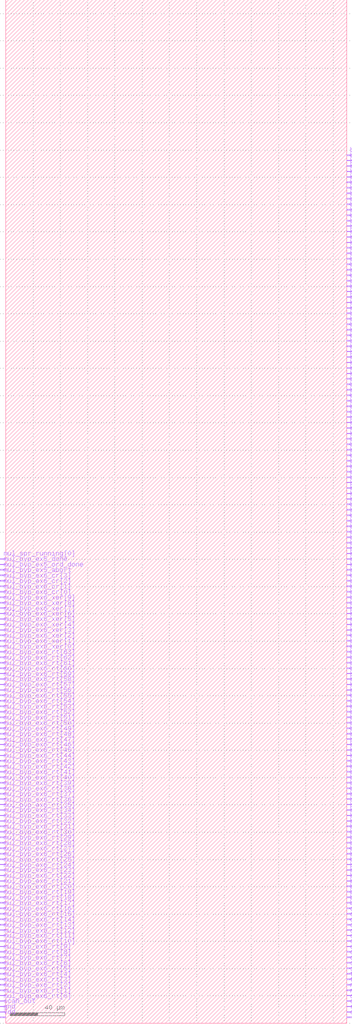
<source format=lef>
VERSION 5.7 ;
  NOWIREEXTENSIONATPIN ON ;
  DIVIDERCHAR "/" ;
  BUSBITCHARS "[]" ;
MACRO tri_st_mult
  CLASS BLOCK ;
  FOREIGN tri_st_mult ;
  ORIGIN 0.000 0.000 ;
  SIZE 250.000 BY 750.000 ;
  PIN clk
    DIRECTION INPUT ;
    USE SIGNAL ;
    PORT
      LAYER met3 ;
        RECT 250.000 4.000 254.000 4.600 ;
    END
  END clk
  PIN rst
    DIRECTION INPUT ;
    USE SIGNAL ;
    PORT
      LAYER met3 ;
        RECT 250.000 8.000 254.000 8.600 ;
    END
  END rst
  PIN vdd
    DIRECTION INOUT ;
    USE SIGNAL ;
    PORT
      LAYER met3 ;
        RECT -4.000 4.000 0.000 4.600 ;
    END
  END vdd
  PIN gnd
    DIRECTION INOUT ;
    USE SIGNAL ;
    PORT
      LAYER met3 ;
        RECT -4.000 8.000 0.000 8.600 ;
    END
  END gnd
  PIN d_mode_dc
    DIRECTION INPUT ;
    USE SIGNAL ;
    PORT
      LAYER met3 ;
        RECT 250.000 12.000 254.000 12.600 ;
    END
  END d_mode_dc
  PIN delay_lclkr_dc
    DIRECTION INPUT ;
    USE SIGNAL ;
    PORT
      LAYER met3 ;
        RECT 250.000 16.000 254.000 16.600 ;
    END
  END delay_lclkr_dc
  PIN mpw1_dc_b
    DIRECTION INPUT ;
    USE SIGNAL ;
    PORT
      LAYER met3 ;
        RECT 250.000 20.000 254.000 20.600 ;
    END
  END mpw1_dc_b
  PIN mpw2_dc_b
    DIRECTION INPUT ;
    USE SIGNAL ;
    PORT
      LAYER met3 ;
        RECT 250.000 24.000 254.000 24.600 ;
    END
  END mpw2_dc_b
  PIN func_sl_force
    DIRECTION INPUT ;
    USE SIGNAL ;
    PORT
      LAYER met3 ;
        RECT 250.000 28.000 254.000 28.600 ;
    END
  END func_sl_force
  PIN func_sl_thold_0_b
    DIRECTION INPUT ;
    USE SIGNAL ;
    PORT
      LAYER met3 ;
        RECT 250.000 32.000 254.000 32.600 ;
    END
  END func_sl_thold_0_b
  PIN sg_0
    DIRECTION INPUT ;
    USE SIGNAL ;
    PORT
      LAYER met3 ;
        RECT 250.000 36.000 254.000 36.600 ;
    END
  END sg_0
  PIN scan_in
    DIRECTION INPUT ;
    USE SIGNAL ;
    PORT
      LAYER met3 ;
        RECT 250.000 40.000 254.000 40.600 ;
    END
  END scan_in
  PIN scan_out
    DIRECTION OUTPUT TRISTATE ;
    USE SIGNAL ;
    PORT
      LAYER met3 ;
        RECT -4.000 12.000 0.000 12.600 ;
    END
  END scan_out
  PIN dec_mul_ex1_mul_recform
    DIRECTION INPUT ;
    USE SIGNAL ;
    PORT
      LAYER met3 ;
        RECT 250.000 44.000 254.000 44.600 ;
    END
  END dec_mul_ex1_mul_recform
  PIN dec_mul_ex1_mul_val[0]
    DIRECTION INPUT ;
    USE SIGNAL ;
    PORT
      LAYER met3 ;
        RECT 250.000 48.000 254.000 48.600 ;
    END
  END dec_mul_ex1_mul_val[0]
  PIN dec_mul_ex1_mul_ord
    DIRECTION INPUT ;
    USE SIGNAL ;
    PORT
      LAYER met3 ;
        RECT 250.000 52.000 254.000 52.600 ;
    END
  END dec_mul_ex1_mul_ord
  PIN dec_mul_ex1_mul_ret
    DIRECTION INPUT ;
    USE SIGNAL ;
    PORT
      LAYER met3 ;
        RECT 250.000 56.000 254.000 56.600 ;
    END
  END dec_mul_ex1_mul_ret
  PIN dec_mul_ex1_mul_sign
    DIRECTION INPUT ;
    USE SIGNAL ;
    PORT
      LAYER met3 ;
        RECT 250.000 60.000 254.000 60.600 ;
    END
  END dec_mul_ex1_mul_sign
  PIN dec_mul_ex1_mul_size
    DIRECTION INPUT ;
    USE SIGNAL ;
    PORT
      LAYER met3 ;
        RECT 250.000 64.000 254.000 64.600 ;
    END
  END dec_mul_ex1_mul_size
  PIN dec_mul_ex1_mul_imm
    DIRECTION INPUT ;
    USE SIGNAL ;
    PORT
      LAYER met3 ;
        RECT 250.000 68.000 254.000 68.600 ;
    END
  END dec_mul_ex1_mul_imm
  PIN dec_mul_ex1_xer_ov_update
    DIRECTION INPUT ;
    USE SIGNAL ;
    PORT
      LAYER met3 ;
        RECT 250.000 72.000 254.000 72.600 ;
    END
  END dec_mul_ex1_xer_ov_update
  PIN cp_flush[0]
    DIRECTION INPUT ;
    USE SIGNAL ;
    PORT
      LAYER met3 ;
        RECT 250.000 76.000 254.000 76.600 ;
    END
  END cp_flush[0]
  PIN ex1_spr_msr_cm
    DIRECTION INPUT ;
    USE SIGNAL ;
    PORT
      LAYER met3 ;
        RECT 250.000 80.000 254.000 80.600 ;
    END
  END ex1_spr_msr_cm
  PIN byp_mul_ex2_rs1[0]
    DIRECTION INPUT ;
    USE SIGNAL ;
    PORT
      LAYER met3 ;
        RECT 250.000 84.000 254.000 84.600 ;
    END
  END byp_mul_ex2_rs1[0]
  PIN byp_mul_ex2_rs1[1]
    DIRECTION INPUT ;
    USE SIGNAL ;
    PORT
      LAYER met3 ;
        RECT 250.000 88.000 254.000 88.600 ;
    END
  END byp_mul_ex2_rs1[1]
  PIN byp_mul_ex2_rs1[2]
    DIRECTION INPUT ;
    USE SIGNAL ;
    PORT
      LAYER met3 ;
        RECT 250.000 92.000 254.000 92.600 ;
    END
  END byp_mul_ex2_rs1[2]
  PIN byp_mul_ex2_rs1[3]
    DIRECTION INPUT ;
    USE SIGNAL ;
    PORT
      LAYER met3 ;
        RECT 250.000 96.000 254.000 96.600 ;
    END
  END byp_mul_ex2_rs1[3]
  PIN byp_mul_ex2_rs1[4]
    DIRECTION INPUT ;
    USE SIGNAL ;
    PORT
      LAYER met3 ;
        RECT 250.000 100.000 254.000 100.600 ;
    END
  END byp_mul_ex2_rs1[4]
  PIN byp_mul_ex2_rs1[5]
    DIRECTION INPUT ;
    USE SIGNAL ;
    PORT
      LAYER met3 ;
        RECT 250.000 104.000 254.000 104.600 ;
    END
  END byp_mul_ex2_rs1[5]
  PIN byp_mul_ex2_rs1[6]
    DIRECTION INPUT ;
    USE SIGNAL ;
    PORT
      LAYER met3 ;
        RECT 250.000 108.000 254.000 108.600 ;
    END
  END byp_mul_ex2_rs1[6]
  PIN byp_mul_ex2_rs1[7]
    DIRECTION INPUT ;
    USE SIGNAL ;
    PORT
      LAYER met3 ;
        RECT 250.000 112.000 254.000 112.600 ;
    END
  END byp_mul_ex2_rs1[7]
  PIN byp_mul_ex2_rs1[8]
    DIRECTION INPUT ;
    USE SIGNAL ;
    PORT
      LAYER met3 ;
        RECT 250.000 116.000 254.000 116.600 ;
    END
  END byp_mul_ex2_rs1[8]
  PIN byp_mul_ex2_rs1[9]
    DIRECTION INPUT ;
    USE SIGNAL ;
    PORT
      LAYER met3 ;
        RECT 250.000 120.000 254.000 120.600 ;
    END
  END byp_mul_ex2_rs1[9]
  PIN byp_mul_ex2_rs1[10]
    DIRECTION INPUT ;
    USE SIGNAL ;
    PORT
      LAYER met3 ;
        RECT 250.000 124.000 254.000 124.600 ;
    END
  END byp_mul_ex2_rs1[10]
  PIN byp_mul_ex2_rs1[11]
    DIRECTION INPUT ;
    USE SIGNAL ;
    PORT
      LAYER met3 ;
        RECT 250.000 128.000 254.000 128.600 ;
    END
  END byp_mul_ex2_rs1[11]
  PIN byp_mul_ex2_rs1[12]
    DIRECTION INPUT ;
    USE SIGNAL ;
    PORT
      LAYER met3 ;
        RECT 250.000 132.000 254.000 132.600 ;
    END
  END byp_mul_ex2_rs1[12]
  PIN byp_mul_ex2_rs1[13]
    DIRECTION INPUT ;
    USE SIGNAL ;
    PORT
      LAYER met3 ;
        RECT 250.000 136.000 254.000 136.600 ;
    END
  END byp_mul_ex2_rs1[13]
  PIN byp_mul_ex2_rs1[14]
    DIRECTION INPUT ;
    USE SIGNAL ;
    PORT
      LAYER met3 ;
        RECT 250.000 140.000 254.000 140.600 ;
    END
  END byp_mul_ex2_rs1[14]
  PIN byp_mul_ex2_rs1[15]
    DIRECTION INPUT ;
    USE SIGNAL ;
    PORT
      LAYER met3 ;
        RECT 250.000 144.000 254.000 144.600 ;
    END
  END byp_mul_ex2_rs1[15]
  PIN byp_mul_ex2_rs1[16]
    DIRECTION INPUT ;
    USE SIGNAL ;
    PORT
      LAYER met3 ;
        RECT 250.000 148.000 254.000 148.600 ;
    END
  END byp_mul_ex2_rs1[16]
  PIN byp_mul_ex2_rs1[17]
    DIRECTION INPUT ;
    USE SIGNAL ;
    PORT
      LAYER met3 ;
        RECT 250.000 152.000 254.000 152.600 ;
    END
  END byp_mul_ex2_rs1[17]
  PIN byp_mul_ex2_rs1[18]
    DIRECTION INPUT ;
    USE SIGNAL ;
    PORT
      LAYER met3 ;
        RECT 250.000 156.000 254.000 156.600 ;
    END
  END byp_mul_ex2_rs1[18]
  PIN byp_mul_ex2_rs1[19]
    DIRECTION INPUT ;
    USE SIGNAL ;
    PORT
      LAYER met3 ;
        RECT 250.000 160.000 254.000 160.600 ;
    END
  END byp_mul_ex2_rs1[19]
  PIN byp_mul_ex2_rs1[20]
    DIRECTION INPUT ;
    USE SIGNAL ;
    PORT
      LAYER met3 ;
        RECT 250.000 164.000 254.000 164.600 ;
    END
  END byp_mul_ex2_rs1[20]
  PIN byp_mul_ex2_rs1[21]
    DIRECTION INPUT ;
    USE SIGNAL ;
    PORT
      LAYER met3 ;
        RECT 250.000 168.000 254.000 168.600 ;
    END
  END byp_mul_ex2_rs1[21]
  PIN byp_mul_ex2_rs1[22]
    DIRECTION INPUT ;
    USE SIGNAL ;
    PORT
      LAYER met3 ;
        RECT 250.000 172.000 254.000 172.600 ;
    END
  END byp_mul_ex2_rs1[22]
  PIN byp_mul_ex2_rs1[23]
    DIRECTION INPUT ;
    USE SIGNAL ;
    PORT
      LAYER met3 ;
        RECT 250.000 176.000 254.000 176.600 ;
    END
  END byp_mul_ex2_rs1[23]
  PIN byp_mul_ex2_rs1[24]
    DIRECTION INPUT ;
    USE SIGNAL ;
    PORT
      LAYER met3 ;
        RECT 250.000 180.000 254.000 180.600 ;
    END
  END byp_mul_ex2_rs1[24]
  PIN byp_mul_ex2_rs1[25]
    DIRECTION INPUT ;
    USE SIGNAL ;
    PORT
      LAYER met3 ;
        RECT 250.000 184.000 254.000 184.600 ;
    END
  END byp_mul_ex2_rs1[25]
  PIN byp_mul_ex2_rs1[26]
    DIRECTION INPUT ;
    USE SIGNAL ;
    PORT
      LAYER met3 ;
        RECT 250.000 188.000 254.000 188.600 ;
    END
  END byp_mul_ex2_rs1[26]
  PIN byp_mul_ex2_rs1[27]
    DIRECTION INPUT ;
    USE SIGNAL ;
    PORT
      LAYER met3 ;
        RECT 250.000 192.000 254.000 192.600 ;
    END
  END byp_mul_ex2_rs1[27]
  PIN byp_mul_ex2_rs1[28]
    DIRECTION INPUT ;
    USE SIGNAL ;
    PORT
      LAYER met3 ;
        RECT 250.000 196.000 254.000 196.600 ;
    END
  END byp_mul_ex2_rs1[28]
  PIN byp_mul_ex2_rs1[29]
    DIRECTION INPUT ;
    USE SIGNAL ;
    PORT
      LAYER met3 ;
        RECT 250.000 200.000 254.000 200.600 ;
    END
  END byp_mul_ex2_rs1[29]
  PIN byp_mul_ex2_rs1[30]
    DIRECTION INPUT ;
    USE SIGNAL ;
    PORT
      LAYER met3 ;
        RECT 250.000 204.000 254.000 204.600 ;
    END
  END byp_mul_ex2_rs1[30]
  PIN byp_mul_ex2_rs1[31]
    DIRECTION INPUT ;
    USE SIGNAL ;
    PORT
      LAYER met3 ;
        RECT 250.000 208.000 254.000 208.600 ;
    END
  END byp_mul_ex2_rs1[31]
  PIN byp_mul_ex2_rs1[32]
    DIRECTION INPUT ;
    USE SIGNAL ;
    PORT
      LAYER met3 ;
        RECT 250.000 212.000 254.000 212.600 ;
    END
  END byp_mul_ex2_rs1[32]
  PIN byp_mul_ex2_rs1[33]
    DIRECTION INPUT ;
    USE SIGNAL ;
    PORT
      LAYER met3 ;
        RECT 250.000 216.000 254.000 216.600 ;
    END
  END byp_mul_ex2_rs1[33]
  PIN byp_mul_ex2_rs1[34]
    DIRECTION INPUT ;
    USE SIGNAL ;
    PORT
      LAYER met3 ;
        RECT 250.000 220.000 254.000 220.600 ;
    END
  END byp_mul_ex2_rs1[34]
  PIN byp_mul_ex2_rs1[35]
    DIRECTION INPUT ;
    USE SIGNAL ;
    PORT
      LAYER met3 ;
        RECT 250.000 224.000 254.000 224.600 ;
    END
  END byp_mul_ex2_rs1[35]
  PIN byp_mul_ex2_rs1[36]
    DIRECTION INPUT ;
    USE SIGNAL ;
    PORT
      LAYER met3 ;
        RECT 250.000 228.000 254.000 228.600 ;
    END
  END byp_mul_ex2_rs1[36]
  PIN byp_mul_ex2_rs1[37]
    DIRECTION INPUT ;
    USE SIGNAL ;
    PORT
      LAYER met3 ;
        RECT 250.000 232.000 254.000 232.600 ;
    END
  END byp_mul_ex2_rs1[37]
  PIN byp_mul_ex2_rs1[38]
    DIRECTION INPUT ;
    USE SIGNAL ;
    PORT
      LAYER met3 ;
        RECT 250.000 236.000 254.000 236.600 ;
    END
  END byp_mul_ex2_rs1[38]
  PIN byp_mul_ex2_rs1[39]
    DIRECTION INPUT ;
    USE SIGNAL ;
    PORT
      LAYER met3 ;
        RECT 250.000 240.000 254.000 240.600 ;
    END
  END byp_mul_ex2_rs1[39]
  PIN byp_mul_ex2_rs1[40]
    DIRECTION INPUT ;
    USE SIGNAL ;
    PORT
      LAYER met3 ;
        RECT 250.000 244.000 254.000 244.600 ;
    END
  END byp_mul_ex2_rs1[40]
  PIN byp_mul_ex2_rs1[41]
    DIRECTION INPUT ;
    USE SIGNAL ;
    PORT
      LAYER met3 ;
        RECT 250.000 248.000 254.000 248.600 ;
    END
  END byp_mul_ex2_rs1[41]
  PIN byp_mul_ex2_rs1[42]
    DIRECTION INPUT ;
    USE SIGNAL ;
    PORT
      LAYER met3 ;
        RECT 250.000 252.000 254.000 252.600 ;
    END
  END byp_mul_ex2_rs1[42]
  PIN byp_mul_ex2_rs1[43]
    DIRECTION INPUT ;
    USE SIGNAL ;
    PORT
      LAYER met3 ;
        RECT 250.000 256.000 254.000 256.600 ;
    END
  END byp_mul_ex2_rs1[43]
  PIN byp_mul_ex2_rs1[44]
    DIRECTION INPUT ;
    USE SIGNAL ;
    PORT
      LAYER met3 ;
        RECT 250.000 260.000 254.000 260.600 ;
    END
  END byp_mul_ex2_rs1[44]
  PIN byp_mul_ex2_rs1[45]
    DIRECTION INPUT ;
    USE SIGNAL ;
    PORT
      LAYER met3 ;
        RECT 250.000 264.000 254.000 264.600 ;
    END
  END byp_mul_ex2_rs1[45]
  PIN byp_mul_ex2_rs1[46]
    DIRECTION INPUT ;
    USE SIGNAL ;
    PORT
      LAYER met3 ;
        RECT 250.000 268.000 254.000 268.600 ;
    END
  END byp_mul_ex2_rs1[46]
  PIN byp_mul_ex2_rs1[47]
    DIRECTION INPUT ;
    USE SIGNAL ;
    PORT
      LAYER met3 ;
        RECT 250.000 272.000 254.000 272.600 ;
    END
  END byp_mul_ex2_rs1[47]
  PIN byp_mul_ex2_rs1[48]
    DIRECTION INPUT ;
    USE SIGNAL ;
    PORT
      LAYER met3 ;
        RECT 250.000 276.000 254.000 276.600 ;
    END
  END byp_mul_ex2_rs1[48]
  PIN byp_mul_ex2_rs1[49]
    DIRECTION INPUT ;
    USE SIGNAL ;
    PORT
      LAYER met3 ;
        RECT 250.000 280.000 254.000 280.600 ;
    END
  END byp_mul_ex2_rs1[49]
  PIN byp_mul_ex2_rs1[50]
    DIRECTION INPUT ;
    USE SIGNAL ;
    PORT
      LAYER met3 ;
        RECT 250.000 284.000 254.000 284.600 ;
    END
  END byp_mul_ex2_rs1[50]
  PIN byp_mul_ex2_rs1[51]
    DIRECTION INPUT ;
    USE SIGNAL ;
    PORT
      LAYER met3 ;
        RECT 250.000 288.000 254.000 288.600 ;
    END
  END byp_mul_ex2_rs1[51]
  PIN byp_mul_ex2_rs1[52]
    DIRECTION INPUT ;
    USE SIGNAL ;
    PORT
      LAYER met3 ;
        RECT 250.000 292.000 254.000 292.600 ;
    END
  END byp_mul_ex2_rs1[52]
  PIN byp_mul_ex2_rs1[53]
    DIRECTION INPUT ;
    USE SIGNAL ;
    PORT
      LAYER met3 ;
        RECT 250.000 296.000 254.000 296.600 ;
    END
  END byp_mul_ex2_rs1[53]
  PIN byp_mul_ex2_rs1[54]
    DIRECTION INPUT ;
    USE SIGNAL ;
    PORT
      LAYER met3 ;
        RECT 250.000 300.000 254.000 300.600 ;
    END
  END byp_mul_ex2_rs1[54]
  PIN byp_mul_ex2_rs1[55]
    DIRECTION INPUT ;
    USE SIGNAL ;
    PORT
      LAYER met3 ;
        RECT 250.000 304.000 254.000 304.600 ;
    END
  END byp_mul_ex2_rs1[55]
  PIN byp_mul_ex2_rs1[56]
    DIRECTION INPUT ;
    USE SIGNAL ;
    PORT
      LAYER met3 ;
        RECT 250.000 308.000 254.000 308.600 ;
    END
  END byp_mul_ex2_rs1[56]
  PIN byp_mul_ex2_rs1[57]
    DIRECTION INPUT ;
    USE SIGNAL ;
    PORT
      LAYER met3 ;
        RECT 250.000 312.000 254.000 312.600 ;
    END
  END byp_mul_ex2_rs1[57]
  PIN byp_mul_ex2_rs1[58]
    DIRECTION INPUT ;
    USE SIGNAL ;
    PORT
      LAYER met3 ;
        RECT 250.000 316.000 254.000 316.600 ;
    END
  END byp_mul_ex2_rs1[58]
  PIN byp_mul_ex2_rs1[59]
    DIRECTION INPUT ;
    USE SIGNAL ;
    PORT
      LAYER met3 ;
        RECT 250.000 320.000 254.000 320.600 ;
    END
  END byp_mul_ex2_rs1[59]
  PIN byp_mul_ex2_rs1[60]
    DIRECTION INPUT ;
    USE SIGNAL ;
    PORT
      LAYER met3 ;
        RECT 250.000 324.000 254.000 324.600 ;
    END
  END byp_mul_ex2_rs1[60]
  PIN byp_mul_ex2_rs1[61]
    DIRECTION INPUT ;
    USE SIGNAL ;
    PORT
      LAYER met3 ;
        RECT 250.000 328.000 254.000 328.600 ;
    END
  END byp_mul_ex2_rs1[61]
  PIN byp_mul_ex2_rs1[62]
    DIRECTION INPUT ;
    USE SIGNAL ;
    PORT
      LAYER met3 ;
        RECT 250.000 332.000 254.000 332.600 ;
    END
  END byp_mul_ex2_rs1[62]
  PIN byp_mul_ex2_rs1[63]
    DIRECTION INPUT ;
    USE SIGNAL ;
    PORT
      LAYER met3 ;
        RECT 250.000 336.000 254.000 336.600 ;
    END
  END byp_mul_ex2_rs1[63]
  PIN byp_mul_ex2_rs2[0]
    DIRECTION INPUT ;
    USE SIGNAL ;
    PORT
      LAYER met3 ;
        RECT 250.000 340.000 254.000 340.600 ;
    END
  END byp_mul_ex2_rs2[0]
  PIN byp_mul_ex2_rs2[1]
    DIRECTION INPUT ;
    USE SIGNAL ;
    PORT
      LAYER met3 ;
        RECT 250.000 344.000 254.000 344.600 ;
    END
  END byp_mul_ex2_rs2[1]
  PIN byp_mul_ex2_rs2[2]
    DIRECTION INPUT ;
    USE SIGNAL ;
    PORT
      LAYER met3 ;
        RECT 250.000 348.000 254.000 348.600 ;
    END
  END byp_mul_ex2_rs2[2]
  PIN byp_mul_ex2_rs2[3]
    DIRECTION INPUT ;
    USE SIGNAL ;
    PORT
      LAYER met3 ;
        RECT 250.000 352.000 254.000 352.600 ;
    END
  END byp_mul_ex2_rs2[3]
  PIN byp_mul_ex2_rs2[4]
    DIRECTION INPUT ;
    USE SIGNAL ;
    PORT
      LAYER met3 ;
        RECT 250.000 356.000 254.000 356.600 ;
    END
  END byp_mul_ex2_rs2[4]
  PIN byp_mul_ex2_rs2[5]
    DIRECTION INPUT ;
    USE SIGNAL ;
    PORT
      LAYER met3 ;
        RECT 250.000 360.000 254.000 360.600 ;
    END
  END byp_mul_ex2_rs2[5]
  PIN byp_mul_ex2_rs2[6]
    DIRECTION INPUT ;
    USE SIGNAL ;
    PORT
      LAYER met3 ;
        RECT 250.000 364.000 254.000 364.600 ;
    END
  END byp_mul_ex2_rs2[6]
  PIN byp_mul_ex2_rs2[7]
    DIRECTION INPUT ;
    USE SIGNAL ;
    PORT
      LAYER met3 ;
        RECT 250.000 368.000 254.000 368.600 ;
    END
  END byp_mul_ex2_rs2[7]
  PIN byp_mul_ex2_rs2[8]
    DIRECTION INPUT ;
    USE SIGNAL ;
    PORT
      LAYER met3 ;
        RECT 250.000 372.000 254.000 372.600 ;
    END
  END byp_mul_ex2_rs2[8]
  PIN byp_mul_ex2_rs2[9]
    DIRECTION INPUT ;
    USE SIGNAL ;
    PORT
      LAYER met3 ;
        RECT 250.000 376.000 254.000 376.600 ;
    END
  END byp_mul_ex2_rs2[9]
  PIN byp_mul_ex2_rs2[10]
    DIRECTION INPUT ;
    USE SIGNAL ;
    PORT
      LAYER met3 ;
        RECT 250.000 380.000 254.000 380.600 ;
    END
  END byp_mul_ex2_rs2[10]
  PIN byp_mul_ex2_rs2[11]
    DIRECTION INPUT ;
    USE SIGNAL ;
    PORT
      LAYER met3 ;
        RECT 250.000 384.000 254.000 384.600 ;
    END
  END byp_mul_ex2_rs2[11]
  PIN byp_mul_ex2_rs2[12]
    DIRECTION INPUT ;
    USE SIGNAL ;
    PORT
      LAYER met3 ;
        RECT 250.000 388.000 254.000 388.600 ;
    END
  END byp_mul_ex2_rs2[12]
  PIN byp_mul_ex2_rs2[13]
    DIRECTION INPUT ;
    USE SIGNAL ;
    PORT
      LAYER met3 ;
        RECT 250.000 392.000 254.000 392.600 ;
    END
  END byp_mul_ex2_rs2[13]
  PIN byp_mul_ex2_rs2[14]
    DIRECTION INPUT ;
    USE SIGNAL ;
    PORT
      LAYER met3 ;
        RECT 250.000 396.000 254.000 396.600 ;
    END
  END byp_mul_ex2_rs2[14]
  PIN byp_mul_ex2_rs2[15]
    DIRECTION INPUT ;
    USE SIGNAL ;
    PORT
      LAYER met3 ;
        RECT 250.000 400.000 254.000 400.600 ;
    END
  END byp_mul_ex2_rs2[15]
  PIN byp_mul_ex2_rs2[16]
    DIRECTION INPUT ;
    USE SIGNAL ;
    PORT
      LAYER met3 ;
        RECT 250.000 404.000 254.000 404.600 ;
    END
  END byp_mul_ex2_rs2[16]
  PIN byp_mul_ex2_rs2[17]
    DIRECTION INPUT ;
    USE SIGNAL ;
    PORT
      LAYER met3 ;
        RECT 250.000 408.000 254.000 408.600 ;
    END
  END byp_mul_ex2_rs2[17]
  PIN byp_mul_ex2_rs2[18]
    DIRECTION INPUT ;
    USE SIGNAL ;
    PORT
      LAYER met3 ;
        RECT 250.000 412.000 254.000 412.600 ;
    END
  END byp_mul_ex2_rs2[18]
  PIN byp_mul_ex2_rs2[19]
    DIRECTION INPUT ;
    USE SIGNAL ;
    PORT
      LAYER met3 ;
        RECT 250.000 416.000 254.000 416.600 ;
    END
  END byp_mul_ex2_rs2[19]
  PIN byp_mul_ex2_rs2[20]
    DIRECTION INPUT ;
    USE SIGNAL ;
    PORT
      LAYER met3 ;
        RECT 250.000 420.000 254.000 420.600 ;
    END
  END byp_mul_ex2_rs2[20]
  PIN byp_mul_ex2_rs2[21]
    DIRECTION INPUT ;
    USE SIGNAL ;
    PORT
      LAYER met3 ;
        RECT 250.000 424.000 254.000 424.600 ;
    END
  END byp_mul_ex2_rs2[21]
  PIN byp_mul_ex2_rs2[22]
    DIRECTION INPUT ;
    USE SIGNAL ;
    PORT
      LAYER met3 ;
        RECT 250.000 428.000 254.000 428.600 ;
    END
  END byp_mul_ex2_rs2[22]
  PIN byp_mul_ex2_rs2[23]
    DIRECTION INPUT ;
    USE SIGNAL ;
    PORT
      LAYER met3 ;
        RECT 250.000 432.000 254.000 432.600 ;
    END
  END byp_mul_ex2_rs2[23]
  PIN byp_mul_ex2_rs2[24]
    DIRECTION INPUT ;
    USE SIGNAL ;
    PORT
      LAYER met3 ;
        RECT 250.000 436.000 254.000 436.600 ;
    END
  END byp_mul_ex2_rs2[24]
  PIN byp_mul_ex2_rs2[25]
    DIRECTION INPUT ;
    USE SIGNAL ;
    PORT
      LAYER met3 ;
        RECT 250.000 440.000 254.000 440.600 ;
    END
  END byp_mul_ex2_rs2[25]
  PIN byp_mul_ex2_rs2[26]
    DIRECTION INPUT ;
    USE SIGNAL ;
    PORT
      LAYER met3 ;
        RECT 250.000 444.000 254.000 444.600 ;
    END
  END byp_mul_ex2_rs2[26]
  PIN byp_mul_ex2_rs2[27]
    DIRECTION INPUT ;
    USE SIGNAL ;
    PORT
      LAYER met3 ;
        RECT 250.000 448.000 254.000 448.600 ;
    END
  END byp_mul_ex2_rs2[27]
  PIN byp_mul_ex2_rs2[28]
    DIRECTION INPUT ;
    USE SIGNAL ;
    PORT
      LAYER met3 ;
        RECT 250.000 452.000 254.000 452.600 ;
    END
  END byp_mul_ex2_rs2[28]
  PIN byp_mul_ex2_rs2[29]
    DIRECTION INPUT ;
    USE SIGNAL ;
    PORT
      LAYER met3 ;
        RECT 250.000 456.000 254.000 456.600 ;
    END
  END byp_mul_ex2_rs2[29]
  PIN byp_mul_ex2_rs2[30]
    DIRECTION INPUT ;
    USE SIGNAL ;
    PORT
      LAYER met3 ;
        RECT 250.000 460.000 254.000 460.600 ;
    END
  END byp_mul_ex2_rs2[30]
  PIN byp_mul_ex2_rs2[31]
    DIRECTION INPUT ;
    USE SIGNAL ;
    PORT
      LAYER met3 ;
        RECT 250.000 464.000 254.000 464.600 ;
    END
  END byp_mul_ex2_rs2[31]
  PIN byp_mul_ex2_rs2[32]
    DIRECTION INPUT ;
    USE SIGNAL ;
    PORT
      LAYER met3 ;
        RECT 250.000 468.000 254.000 468.600 ;
    END
  END byp_mul_ex2_rs2[32]
  PIN byp_mul_ex2_rs2[33]
    DIRECTION INPUT ;
    USE SIGNAL ;
    PORT
      LAYER met3 ;
        RECT 250.000 472.000 254.000 472.600 ;
    END
  END byp_mul_ex2_rs2[33]
  PIN byp_mul_ex2_rs2[34]
    DIRECTION INPUT ;
    USE SIGNAL ;
    PORT
      LAYER met3 ;
        RECT 250.000 476.000 254.000 476.600 ;
    END
  END byp_mul_ex2_rs2[34]
  PIN byp_mul_ex2_rs2[35]
    DIRECTION INPUT ;
    USE SIGNAL ;
    PORT
      LAYER met3 ;
        RECT 250.000 480.000 254.000 480.600 ;
    END
  END byp_mul_ex2_rs2[35]
  PIN byp_mul_ex2_rs2[36]
    DIRECTION INPUT ;
    USE SIGNAL ;
    PORT
      LAYER met3 ;
        RECT 250.000 484.000 254.000 484.600 ;
    END
  END byp_mul_ex2_rs2[36]
  PIN byp_mul_ex2_rs2[37]
    DIRECTION INPUT ;
    USE SIGNAL ;
    PORT
      LAYER met3 ;
        RECT 250.000 488.000 254.000 488.600 ;
    END
  END byp_mul_ex2_rs2[37]
  PIN byp_mul_ex2_rs2[38]
    DIRECTION INPUT ;
    USE SIGNAL ;
    PORT
      LAYER met3 ;
        RECT 250.000 492.000 254.000 492.600 ;
    END
  END byp_mul_ex2_rs2[38]
  PIN byp_mul_ex2_rs2[39]
    DIRECTION INPUT ;
    USE SIGNAL ;
    PORT
      LAYER met3 ;
        RECT 250.000 496.000 254.000 496.600 ;
    END
  END byp_mul_ex2_rs2[39]
  PIN byp_mul_ex2_rs2[40]
    DIRECTION INPUT ;
    USE SIGNAL ;
    PORT
      LAYER met3 ;
        RECT 250.000 500.000 254.000 500.600 ;
    END
  END byp_mul_ex2_rs2[40]
  PIN byp_mul_ex2_rs2[41]
    DIRECTION INPUT ;
    USE SIGNAL ;
    PORT
      LAYER met3 ;
        RECT 250.000 504.000 254.000 504.600 ;
    END
  END byp_mul_ex2_rs2[41]
  PIN byp_mul_ex2_rs2[42]
    DIRECTION INPUT ;
    USE SIGNAL ;
    PORT
      LAYER met3 ;
        RECT 250.000 508.000 254.000 508.600 ;
    END
  END byp_mul_ex2_rs2[42]
  PIN byp_mul_ex2_rs2[43]
    DIRECTION INPUT ;
    USE SIGNAL ;
    PORT
      LAYER met3 ;
        RECT 250.000 512.000 254.000 512.600 ;
    END
  END byp_mul_ex2_rs2[43]
  PIN byp_mul_ex2_rs2[44]
    DIRECTION INPUT ;
    USE SIGNAL ;
    PORT
      LAYER met3 ;
        RECT 250.000 516.000 254.000 516.600 ;
    END
  END byp_mul_ex2_rs2[44]
  PIN byp_mul_ex2_rs2[45]
    DIRECTION INPUT ;
    USE SIGNAL ;
    PORT
      LAYER met3 ;
        RECT 250.000 520.000 254.000 520.600 ;
    END
  END byp_mul_ex2_rs2[45]
  PIN byp_mul_ex2_rs2[46]
    DIRECTION INPUT ;
    USE SIGNAL ;
    PORT
      LAYER met3 ;
        RECT 250.000 524.000 254.000 524.600 ;
    END
  END byp_mul_ex2_rs2[46]
  PIN byp_mul_ex2_rs2[47]
    DIRECTION INPUT ;
    USE SIGNAL ;
    PORT
      LAYER met3 ;
        RECT 250.000 528.000 254.000 528.600 ;
    END
  END byp_mul_ex2_rs2[47]
  PIN byp_mul_ex2_rs2[48]
    DIRECTION INPUT ;
    USE SIGNAL ;
    PORT
      LAYER met3 ;
        RECT 250.000 532.000 254.000 532.600 ;
    END
  END byp_mul_ex2_rs2[48]
  PIN byp_mul_ex2_rs2[49]
    DIRECTION INPUT ;
    USE SIGNAL ;
    PORT
      LAYER met3 ;
        RECT 250.000 536.000 254.000 536.600 ;
    END
  END byp_mul_ex2_rs2[49]
  PIN byp_mul_ex2_rs2[50]
    DIRECTION INPUT ;
    USE SIGNAL ;
    PORT
      LAYER met3 ;
        RECT 250.000 540.000 254.000 540.600 ;
    END
  END byp_mul_ex2_rs2[50]
  PIN byp_mul_ex2_rs2[51]
    DIRECTION INPUT ;
    USE SIGNAL ;
    PORT
      LAYER met3 ;
        RECT 250.000 544.000 254.000 544.600 ;
    END
  END byp_mul_ex2_rs2[51]
  PIN byp_mul_ex2_rs2[52]
    DIRECTION INPUT ;
    USE SIGNAL ;
    PORT
      LAYER met3 ;
        RECT 250.000 548.000 254.000 548.600 ;
    END
  END byp_mul_ex2_rs2[52]
  PIN byp_mul_ex2_rs2[53]
    DIRECTION INPUT ;
    USE SIGNAL ;
    PORT
      LAYER met3 ;
        RECT 250.000 552.000 254.000 552.600 ;
    END
  END byp_mul_ex2_rs2[53]
  PIN byp_mul_ex2_rs2[54]
    DIRECTION INPUT ;
    USE SIGNAL ;
    PORT
      LAYER met3 ;
        RECT 250.000 556.000 254.000 556.600 ;
    END
  END byp_mul_ex2_rs2[54]
  PIN byp_mul_ex2_rs2[55]
    DIRECTION INPUT ;
    USE SIGNAL ;
    PORT
      LAYER met3 ;
        RECT 250.000 560.000 254.000 560.600 ;
    END
  END byp_mul_ex2_rs2[55]
  PIN byp_mul_ex2_rs2[56]
    DIRECTION INPUT ;
    USE SIGNAL ;
    PORT
      LAYER met3 ;
        RECT 250.000 564.000 254.000 564.600 ;
    END
  END byp_mul_ex2_rs2[56]
  PIN byp_mul_ex2_rs2[57]
    DIRECTION INPUT ;
    USE SIGNAL ;
    PORT
      LAYER met3 ;
        RECT 250.000 568.000 254.000 568.600 ;
    END
  END byp_mul_ex2_rs2[57]
  PIN byp_mul_ex2_rs2[58]
    DIRECTION INPUT ;
    USE SIGNAL ;
    PORT
      LAYER met3 ;
        RECT 250.000 572.000 254.000 572.600 ;
    END
  END byp_mul_ex2_rs2[58]
  PIN byp_mul_ex2_rs2[59]
    DIRECTION INPUT ;
    USE SIGNAL ;
    PORT
      LAYER met3 ;
        RECT 250.000 576.000 254.000 576.600 ;
    END
  END byp_mul_ex2_rs2[59]
  PIN byp_mul_ex2_rs2[60]
    DIRECTION INPUT ;
    USE SIGNAL ;
    PORT
      LAYER met3 ;
        RECT 250.000 580.000 254.000 580.600 ;
    END
  END byp_mul_ex2_rs2[60]
  PIN byp_mul_ex2_rs2[61]
    DIRECTION INPUT ;
    USE SIGNAL ;
    PORT
      LAYER met3 ;
        RECT 250.000 584.000 254.000 584.600 ;
    END
  END byp_mul_ex2_rs2[61]
  PIN byp_mul_ex2_rs2[62]
    DIRECTION INPUT ;
    USE SIGNAL ;
    PORT
      LAYER met3 ;
        RECT 250.000 588.000 254.000 588.600 ;
    END
  END byp_mul_ex2_rs2[62]
  PIN byp_mul_ex2_rs2[63]
    DIRECTION INPUT ;
    USE SIGNAL ;
    PORT
      LAYER met3 ;
        RECT 250.000 592.000 254.000 592.600 ;
    END
  END byp_mul_ex2_rs2[63]
  PIN byp_mul_ex2_abort
    DIRECTION INPUT ;
    USE SIGNAL ;
    PORT
      LAYER met3 ;
        RECT 250.000 596.000 254.000 596.600 ;
    END
  END byp_mul_ex2_abort
  PIN byp_mul_ex2_xer[0]
    DIRECTION INPUT ;
    USE SIGNAL ;
    PORT
      LAYER met3 ;
        RECT 250.000 600.000 254.000 600.600 ;
    END
  END byp_mul_ex2_xer[0]
  PIN byp_mul_ex2_xer[1]
    DIRECTION INPUT ;
    USE SIGNAL ;
    PORT
      LAYER met3 ;
        RECT 250.000 604.000 254.000 604.600 ;
    END
  END byp_mul_ex2_xer[1]
  PIN byp_mul_ex2_xer[2]
    DIRECTION INPUT ;
    USE SIGNAL ;
    PORT
      LAYER met3 ;
        RECT 250.000 608.000 254.000 608.600 ;
    END
  END byp_mul_ex2_xer[2]
  PIN byp_mul_ex2_xer[3]
    DIRECTION INPUT ;
    USE SIGNAL ;
    PORT
      LAYER met3 ;
        RECT 250.000 612.000 254.000 612.600 ;
    END
  END byp_mul_ex2_xer[3]
  PIN byp_mul_ex2_xer[4]
    DIRECTION INPUT ;
    USE SIGNAL ;
    PORT
      LAYER met3 ;
        RECT 250.000 616.000 254.000 616.600 ;
    END
  END byp_mul_ex2_xer[4]
  PIN byp_mul_ex2_xer[5]
    DIRECTION INPUT ;
    USE SIGNAL ;
    PORT
      LAYER met3 ;
        RECT 250.000 620.000 254.000 620.600 ;
    END
  END byp_mul_ex2_xer[5]
  PIN byp_mul_ex2_xer[6]
    DIRECTION INPUT ;
    USE SIGNAL ;
    PORT
      LAYER met3 ;
        RECT 250.000 624.000 254.000 624.600 ;
    END
  END byp_mul_ex2_xer[6]
  PIN byp_mul_ex2_xer[7]
    DIRECTION INPUT ;
    USE SIGNAL ;
    PORT
      LAYER met3 ;
        RECT 250.000 628.000 254.000 628.600 ;
    END
  END byp_mul_ex2_xer[7]
  PIN byp_mul_ex2_xer[8]
    DIRECTION INPUT ;
    USE SIGNAL ;
    PORT
      LAYER met3 ;
        RECT 250.000 632.000 254.000 632.600 ;
    END
  END byp_mul_ex2_xer[8]
  PIN byp_mul_ex2_xer[9]
    DIRECTION INPUT ;
    USE SIGNAL ;
    PORT
      LAYER met3 ;
        RECT 250.000 636.000 254.000 636.600 ;
    END
  END byp_mul_ex2_xer[9]
  PIN mul_byp_ex6_rt[0]
    DIRECTION OUTPUT TRISTATE ;
    USE SIGNAL ;
    PORT
      LAYER met3 ;
        RECT -4.000 16.000 0.000 16.600 ;
    END
  END mul_byp_ex6_rt[0]
  PIN mul_byp_ex6_rt[1]
    DIRECTION OUTPUT TRISTATE ;
    USE SIGNAL ;
    PORT
      LAYER met3 ;
        RECT -4.000 20.000 0.000 20.600 ;
    END
  END mul_byp_ex6_rt[1]
  PIN mul_byp_ex6_rt[2]
    DIRECTION OUTPUT TRISTATE ;
    USE SIGNAL ;
    PORT
      LAYER met3 ;
        RECT -4.000 24.000 0.000 24.600 ;
    END
  END mul_byp_ex6_rt[2]
  PIN mul_byp_ex6_rt[3]
    DIRECTION OUTPUT TRISTATE ;
    USE SIGNAL ;
    PORT
      LAYER met3 ;
        RECT -4.000 28.000 0.000 28.600 ;
    END
  END mul_byp_ex6_rt[3]
  PIN mul_byp_ex6_rt[4]
    DIRECTION OUTPUT TRISTATE ;
    USE SIGNAL ;
    PORT
      LAYER met3 ;
        RECT -4.000 32.000 0.000 32.600 ;
    END
  END mul_byp_ex6_rt[4]
  PIN mul_byp_ex6_rt[5]
    DIRECTION OUTPUT TRISTATE ;
    USE SIGNAL ;
    PORT
      LAYER met3 ;
        RECT -4.000 36.000 0.000 36.600 ;
    END
  END mul_byp_ex6_rt[5]
  PIN mul_byp_ex6_rt[6]
    DIRECTION OUTPUT TRISTATE ;
    USE SIGNAL ;
    PORT
      LAYER met3 ;
        RECT -4.000 40.000 0.000 40.600 ;
    END
  END mul_byp_ex6_rt[6]
  PIN mul_byp_ex6_rt[7]
    DIRECTION OUTPUT TRISTATE ;
    USE SIGNAL ;
    PORT
      LAYER met3 ;
        RECT -4.000 44.000 0.000 44.600 ;
    END
  END mul_byp_ex6_rt[7]
  PIN mul_byp_ex6_rt[8]
    DIRECTION OUTPUT TRISTATE ;
    USE SIGNAL ;
    PORT
      LAYER met3 ;
        RECT -4.000 48.000 0.000 48.600 ;
    END
  END mul_byp_ex6_rt[8]
  PIN mul_byp_ex6_rt[9]
    DIRECTION OUTPUT TRISTATE ;
    USE SIGNAL ;
    PORT
      LAYER met3 ;
        RECT -4.000 52.000 0.000 52.600 ;
    END
  END mul_byp_ex6_rt[9]
  PIN mul_byp_ex6_rt[10]
    DIRECTION OUTPUT TRISTATE ;
    USE SIGNAL ;
    PORT
      LAYER met3 ;
        RECT -4.000 56.000 0.000 56.600 ;
    END
  END mul_byp_ex6_rt[10]
  PIN mul_byp_ex6_rt[11]
    DIRECTION OUTPUT TRISTATE ;
    USE SIGNAL ;
    PORT
      LAYER met3 ;
        RECT -4.000 60.000 0.000 60.600 ;
    END
  END mul_byp_ex6_rt[11]
  PIN mul_byp_ex6_rt[12]
    DIRECTION OUTPUT TRISTATE ;
    USE SIGNAL ;
    PORT
      LAYER met3 ;
        RECT -4.000 64.000 0.000 64.600 ;
    END
  END mul_byp_ex6_rt[12]
  PIN mul_byp_ex6_rt[13]
    DIRECTION OUTPUT TRISTATE ;
    USE SIGNAL ;
    PORT
      LAYER met3 ;
        RECT -4.000 68.000 0.000 68.600 ;
    END
  END mul_byp_ex6_rt[13]
  PIN mul_byp_ex6_rt[14]
    DIRECTION OUTPUT TRISTATE ;
    USE SIGNAL ;
    PORT
      LAYER met3 ;
        RECT -4.000 72.000 0.000 72.600 ;
    END
  END mul_byp_ex6_rt[14]
  PIN mul_byp_ex6_rt[15]
    DIRECTION OUTPUT TRISTATE ;
    USE SIGNAL ;
    PORT
      LAYER met3 ;
        RECT -4.000 76.000 0.000 76.600 ;
    END
  END mul_byp_ex6_rt[15]
  PIN mul_byp_ex6_rt[16]
    DIRECTION OUTPUT TRISTATE ;
    USE SIGNAL ;
    PORT
      LAYER met3 ;
        RECT -4.000 80.000 0.000 80.600 ;
    END
  END mul_byp_ex6_rt[16]
  PIN mul_byp_ex6_rt[17]
    DIRECTION OUTPUT TRISTATE ;
    USE SIGNAL ;
    PORT
      LAYER met3 ;
        RECT -4.000 84.000 0.000 84.600 ;
    END
  END mul_byp_ex6_rt[17]
  PIN mul_byp_ex6_rt[18]
    DIRECTION OUTPUT TRISTATE ;
    USE SIGNAL ;
    PORT
      LAYER met3 ;
        RECT -4.000 88.000 0.000 88.600 ;
    END
  END mul_byp_ex6_rt[18]
  PIN mul_byp_ex6_rt[19]
    DIRECTION OUTPUT TRISTATE ;
    USE SIGNAL ;
    PORT
      LAYER met3 ;
        RECT -4.000 92.000 0.000 92.600 ;
    END
  END mul_byp_ex6_rt[19]
  PIN mul_byp_ex6_rt[20]
    DIRECTION OUTPUT TRISTATE ;
    USE SIGNAL ;
    PORT
      LAYER met3 ;
        RECT -4.000 96.000 0.000 96.600 ;
    END
  END mul_byp_ex6_rt[20]
  PIN mul_byp_ex6_rt[21]
    DIRECTION OUTPUT TRISTATE ;
    USE SIGNAL ;
    PORT
      LAYER met3 ;
        RECT -4.000 100.000 0.000 100.600 ;
    END
  END mul_byp_ex6_rt[21]
  PIN mul_byp_ex6_rt[22]
    DIRECTION OUTPUT TRISTATE ;
    USE SIGNAL ;
    PORT
      LAYER met3 ;
        RECT -4.000 104.000 0.000 104.600 ;
    END
  END mul_byp_ex6_rt[22]
  PIN mul_byp_ex6_rt[23]
    DIRECTION OUTPUT TRISTATE ;
    USE SIGNAL ;
    PORT
      LAYER met3 ;
        RECT -4.000 108.000 0.000 108.600 ;
    END
  END mul_byp_ex6_rt[23]
  PIN mul_byp_ex6_rt[24]
    DIRECTION OUTPUT TRISTATE ;
    USE SIGNAL ;
    PORT
      LAYER met3 ;
        RECT -4.000 112.000 0.000 112.600 ;
    END
  END mul_byp_ex6_rt[24]
  PIN mul_byp_ex6_rt[25]
    DIRECTION OUTPUT TRISTATE ;
    USE SIGNAL ;
    PORT
      LAYER met3 ;
        RECT -4.000 116.000 0.000 116.600 ;
    END
  END mul_byp_ex6_rt[25]
  PIN mul_byp_ex6_rt[26]
    DIRECTION OUTPUT TRISTATE ;
    USE SIGNAL ;
    PORT
      LAYER met3 ;
        RECT -4.000 120.000 0.000 120.600 ;
    END
  END mul_byp_ex6_rt[26]
  PIN mul_byp_ex6_rt[27]
    DIRECTION OUTPUT TRISTATE ;
    USE SIGNAL ;
    PORT
      LAYER met3 ;
        RECT -4.000 124.000 0.000 124.600 ;
    END
  END mul_byp_ex6_rt[27]
  PIN mul_byp_ex6_rt[28]
    DIRECTION OUTPUT TRISTATE ;
    USE SIGNAL ;
    PORT
      LAYER met3 ;
        RECT -4.000 128.000 0.000 128.600 ;
    END
  END mul_byp_ex6_rt[28]
  PIN mul_byp_ex6_rt[29]
    DIRECTION OUTPUT TRISTATE ;
    USE SIGNAL ;
    PORT
      LAYER met3 ;
        RECT -4.000 132.000 0.000 132.600 ;
    END
  END mul_byp_ex6_rt[29]
  PIN mul_byp_ex6_rt[30]
    DIRECTION OUTPUT TRISTATE ;
    USE SIGNAL ;
    PORT
      LAYER met3 ;
        RECT -4.000 136.000 0.000 136.600 ;
    END
  END mul_byp_ex6_rt[30]
  PIN mul_byp_ex6_rt[31]
    DIRECTION OUTPUT TRISTATE ;
    USE SIGNAL ;
    PORT
      LAYER met3 ;
        RECT -4.000 140.000 0.000 140.600 ;
    END
  END mul_byp_ex6_rt[31]
  PIN mul_byp_ex6_rt[32]
    DIRECTION OUTPUT TRISTATE ;
    USE SIGNAL ;
    PORT
      LAYER met3 ;
        RECT -4.000 144.000 0.000 144.600 ;
    END
  END mul_byp_ex6_rt[32]
  PIN mul_byp_ex6_rt[33]
    DIRECTION OUTPUT TRISTATE ;
    USE SIGNAL ;
    PORT
      LAYER met3 ;
        RECT -4.000 148.000 0.000 148.600 ;
    END
  END mul_byp_ex6_rt[33]
  PIN mul_byp_ex6_rt[34]
    DIRECTION OUTPUT TRISTATE ;
    USE SIGNAL ;
    PORT
      LAYER met3 ;
        RECT -4.000 152.000 0.000 152.600 ;
    END
  END mul_byp_ex6_rt[34]
  PIN mul_byp_ex6_rt[35]
    DIRECTION OUTPUT TRISTATE ;
    USE SIGNAL ;
    PORT
      LAYER met3 ;
        RECT -4.000 156.000 0.000 156.600 ;
    END
  END mul_byp_ex6_rt[35]
  PIN mul_byp_ex6_rt[36]
    DIRECTION OUTPUT TRISTATE ;
    USE SIGNAL ;
    PORT
      LAYER met3 ;
        RECT -4.000 160.000 0.000 160.600 ;
    END
  END mul_byp_ex6_rt[36]
  PIN mul_byp_ex6_rt[37]
    DIRECTION OUTPUT TRISTATE ;
    USE SIGNAL ;
    PORT
      LAYER met3 ;
        RECT -4.000 164.000 0.000 164.600 ;
    END
  END mul_byp_ex6_rt[37]
  PIN mul_byp_ex6_rt[38]
    DIRECTION OUTPUT TRISTATE ;
    USE SIGNAL ;
    PORT
      LAYER met3 ;
        RECT -4.000 168.000 0.000 168.600 ;
    END
  END mul_byp_ex6_rt[38]
  PIN mul_byp_ex6_rt[39]
    DIRECTION OUTPUT TRISTATE ;
    USE SIGNAL ;
    PORT
      LAYER met3 ;
        RECT -4.000 172.000 0.000 172.600 ;
    END
  END mul_byp_ex6_rt[39]
  PIN mul_byp_ex6_rt[40]
    DIRECTION OUTPUT TRISTATE ;
    USE SIGNAL ;
    PORT
      LAYER met3 ;
        RECT -4.000 176.000 0.000 176.600 ;
    END
  END mul_byp_ex6_rt[40]
  PIN mul_byp_ex6_rt[41]
    DIRECTION OUTPUT TRISTATE ;
    USE SIGNAL ;
    PORT
      LAYER met3 ;
        RECT -4.000 180.000 0.000 180.600 ;
    END
  END mul_byp_ex6_rt[41]
  PIN mul_byp_ex6_rt[42]
    DIRECTION OUTPUT TRISTATE ;
    USE SIGNAL ;
    PORT
      LAYER met3 ;
        RECT -4.000 184.000 0.000 184.600 ;
    END
  END mul_byp_ex6_rt[42]
  PIN mul_byp_ex6_rt[43]
    DIRECTION OUTPUT TRISTATE ;
    USE SIGNAL ;
    PORT
      LAYER met3 ;
        RECT -4.000 188.000 0.000 188.600 ;
    END
  END mul_byp_ex6_rt[43]
  PIN mul_byp_ex6_rt[44]
    DIRECTION OUTPUT TRISTATE ;
    USE SIGNAL ;
    PORT
      LAYER met3 ;
        RECT -4.000 192.000 0.000 192.600 ;
    END
  END mul_byp_ex6_rt[44]
  PIN mul_byp_ex6_rt[45]
    DIRECTION OUTPUT TRISTATE ;
    USE SIGNAL ;
    PORT
      LAYER met3 ;
        RECT -4.000 196.000 0.000 196.600 ;
    END
  END mul_byp_ex6_rt[45]
  PIN mul_byp_ex6_rt[46]
    DIRECTION OUTPUT TRISTATE ;
    USE SIGNAL ;
    PORT
      LAYER met3 ;
        RECT -4.000 200.000 0.000 200.600 ;
    END
  END mul_byp_ex6_rt[46]
  PIN mul_byp_ex6_rt[47]
    DIRECTION OUTPUT TRISTATE ;
    USE SIGNAL ;
    PORT
      LAYER met3 ;
        RECT -4.000 204.000 0.000 204.600 ;
    END
  END mul_byp_ex6_rt[47]
  PIN mul_byp_ex6_rt[48]
    DIRECTION OUTPUT TRISTATE ;
    USE SIGNAL ;
    PORT
      LAYER met3 ;
        RECT -4.000 208.000 0.000 208.600 ;
    END
  END mul_byp_ex6_rt[48]
  PIN mul_byp_ex6_rt[49]
    DIRECTION OUTPUT TRISTATE ;
    USE SIGNAL ;
    PORT
      LAYER met3 ;
        RECT -4.000 212.000 0.000 212.600 ;
    END
  END mul_byp_ex6_rt[49]
  PIN mul_byp_ex6_rt[50]
    DIRECTION OUTPUT TRISTATE ;
    USE SIGNAL ;
    PORT
      LAYER met3 ;
        RECT -4.000 216.000 0.000 216.600 ;
    END
  END mul_byp_ex6_rt[50]
  PIN mul_byp_ex6_rt[51]
    DIRECTION OUTPUT TRISTATE ;
    USE SIGNAL ;
    PORT
      LAYER met3 ;
        RECT -4.000 220.000 0.000 220.600 ;
    END
  END mul_byp_ex6_rt[51]
  PIN mul_byp_ex6_rt[52]
    DIRECTION OUTPUT TRISTATE ;
    USE SIGNAL ;
    PORT
      LAYER met3 ;
        RECT -4.000 224.000 0.000 224.600 ;
    END
  END mul_byp_ex6_rt[52]
  PIN mul_byp_ex6_rt[53]
    DIRECTION OUTPUT TRISTATE ;
    USE SIGNAL ;
    PORT
      LAYER met3 ;
        RECT -4.000 228.000 0.000 228.600 ;
    END
  END mul_byp_ex6_rt[53]
  PIN mul_byp_ex6_rt[54]
    DIRECTION OUTPUT TRISTATE ;
    USE SIGNAL ;
    PORT
      LAYER met3 ;
        RECT -4.000 232.000 0.000 232.600 ;
    END
  END mul_byp_ex6_rt[54]
  PIN mul_byp_ex6_rt[55]
    DIRECTION OUTPUT TRISTATE ;
    USE SIGNAL ;
    PORT
      LAYER met3 ;
        RECT -4.000 236.000 0.000 236.600 ;
    END
  END mul_byp_ex6_rt[55]
  PIN mul_byp_ex6_rt[56]
    DIRECTION OUTPUT TRISTATE ;
    USE SIGNAL ;
    PORT
      LAYER met3 ;
        RECT -4.000 240.000 0.000 240.600 ;
    END
  END mul_byp_ex6_rt[56]
  PIN mul_byp_ex6_rt[57]
    DIRECTION OUTPUT TRISTATE ;
    USE SIGNAL ;
    PORT
      LAYER met3 ;
        RECT -4.000 244.000 0.000 244.600 ;
    END
  END mul_byp_ex6_rt[57]
  PIN mul_byp_ex6_rt[58]
    DIRECTION OUTPUT TRISTATE ;
    USE SIGNAL ;
    PORT
      LAYER met3 ;
        RECT -4.000 248.000 0.000 248.600 ;
    END
  END mul_byp_ex6_rt[58]
  PIN mul_byp_ex6_rt[59]
    DIRECTION OUTPUT TRISTATE ;
    USE SIGNAL ;
    PORT
      LAYER met3 ;
        RECT -4.000 252.000 0.000 252.600 ;
    END
  END mul_byp_ex6_rt[59]
  PIN mul_byp_ex6_rt[60]
    DIRECTION OUTPUT TRISTATE ;
    USE SIGNAL ;
    PORT
      LAYER met3 ;
        RECT -4.000 256.000 0.000 256.600 ;
    END
  END mul_byp_ex6_rt[60]
  PIN mul_byp_ex6_rt[61]
    DIRECTION OUTPUT TRISTATE ;
    USE SIGNAL ;
    PORT
      LAYER met3 ;
        RECT -4.000 260.000 0.000 260.600 ;
    END
  END mul_byp_ex6_rt[61]
  PIN mul_byp_ex6_rt[62]
    DIRECTION OUTPUT TRISTATE ;
    USE SIGNAL ;
    PORT
      LAYER met3 ;
        RECT -4.000 264.000 0.000 264.600 ;
    END
  END mul_byp_ex6_rt[62]
  PIN mul_byp_ex6_rt[63]
    DIRECTION OUTPUT TRISTATE ;
    USE SIGNAL ;
    PORT
      LAYER met3 ;
        RECT -4.000 268.000 0.000 268.600 ;
    END
  END mul_byp_ex6_rt[63]
  PIN mul_byp_ex6_xer[0]
    DIRECTION OUTPUT TRISTATE ;
    USE SIGNAL ;
    PORT
      LAYER met3 ;
        RECT -4.000 272.000 0.000 272.600 ;
    END
  END mul_byp_ex6_xer[0]
  PIN mul_byp_ex6_xer[1]
    DIRECTION OUTPUT TRISTATE ;
    USE SIGNAL ;
    PORT
      LAYER met3 ;
        RECT -4.000 276.000 0.000 276.600 ;
    END
  END mul_byp_ex6_xer[1]
  PIN mul_byp_ex6_xer[2]
    DIRECTION OUTPUT TRISTATE ;
    USE SIGNAL ;
    PORT
      LAYER met3 ;
        RECT -4.000 280.000 0.000 280.600 ;
    END
  END mul_byp_ex6_xer[2]
  PIN mul_byp_ex6_xer[3]
    DIRECTION OUTPUT TRISTATE ;
    USE SIGNAL ;
    PORT
      LAYER met3 ;
        RECT -4.000 284.000 0.000 284.600 ;
    END
  END mul_byp_ex6_xer[3]
  PIN mul_byp_ex6_xer[4]
    DIRECTION OUTPUT TRISTATE ;
    USE SIGNAL ;
    PORT
      LAYER met3 ;
        RECT -4.000 288.000 0.000 288.600 ;
    END
  END mul_byp_ex6_xer[4]
  PIN mul_byp_ex6_xer[5]
    DIRECTION OUTPUT TRISTATE ;
    USE SIGNAL ;
    PORT
      LAYER met3 ;
        RECT -4.000 292.000 0.000 292.600 ;
    END
  END mul_byp_ex6_xer[5]
  PIN mul_byp_ex6_xer[6]
    DIRECTION OUTPUT TRISTATE ;
    USE SIGNAL ;
    PORT
      LAYER met3 ;
        RECT -4.000 296.000 0.000 296.600 ;
    END
  END mul_byp_ex6_xer[6]
  PIN mul_byp_ex6_xer[7]
    DIRECTION OUTPUT TRISTATE ;
    USE SIGNAL ;
    PORT
      LAYER met3 ;
        RECT -4.000 300.000 0.000 300.600 ;
    END
  END mul_byp_ex6_xer[7]
  PIN mul_byp_ex6_xer[8]
    DIRECTION OUTPUT TRISTATE ;
    USE SIGNAL ;
    PORT
      LAYER met3 ;
        RECT -4.000 304.000 0.000 304.600 ;
    END
  END mul_byp_ex6_xer[8]
  PIN mul_byp_ex6_xer[9]
    DIRECTION OUTPUT TRISTATE ;
    USE SIGNAL ;
    PORT
      LAYER met3 ;
        RECT -4.000 308.000 0.000 308.600 ;
    END
  END mul_byp_ex6_xer[9]
  PIN mul_byp_ex6_cr[0]
    DIRECTION OUTPUT TRISTATE ;
    USE SIGNAL ;
    PORT
      LAYER met3 ;
        RECT -4.000 312.000 0.000 312.600 ;
    END
  END mul_byp_ex6_cr[0]
  PIN mul_byp_ex6_cr[1]
    DIRECTION OUTPUT TRISTATE ;
    USE SIGNAL ;
    PORT
      LAYER met3 ;
        RECT -4.000 316.000 0.000 316.600 ;
    END
  END mul_byp_ex6_cr[1]
  PIN mul_byp_ex6_cr[2]
    DIRECTION OUTPUT TRISTATE ;
    USE SIGNAL ;
    PORT
      LAYER met3 ;
        RECT -4.000 320.000 0.000 320.600 ;
    END
  END mul_byp_ex6_cr[2]
  PIN mul_byp_ex6_cr[3]
    DIRECTION OUTPUT TRISTATE ;
    USE SIGNAL ;
    PORT
      LAYER met3 ;
        RECT -4.000 324.000 0.000 324.600 ;
    END
  END mul_byp_ex6_cr[3]
  PIN mul_byp_ex5_abort
    DIRECTION OUTPUT TRISTATE ;
    USE SIGNAL ;
    PORT
      LAYER met3 ;
        RECT -4.000 328.000 0.000 328.600 ;
    END
  END mul_byp_ex5_abort
  PIN mul_byp_ex5_ord_done
    DIRECTION OUTPUT TRISTATE ;
    USE SIGNAL ;
    PORT
      LAYER met3 ;
        RECT -4.000 332.000 0.000 332.600 ;
    END
  END mul_byp_ex5_ord_done
  PIN mul_byp_ex5_done
    DIRECTION OUTPUT TRISTATE ;
    USE SIGNAL ;
    PORT
      LAYER met3 ;
        RECT -4.000 336.000 0.000 336.600 ;
    END
  END mul_byp_ex5_done
  PIN mul_spr_running[0]
    DIRECTION OUTPUT TRISTATE ;
    USE SIGNAL ;
    PORT
      LAYER met3 ;
        RECT -4.000 340.000 0.000 340.600 ;
    END
  END mul_spr_running[0]
END tri_st_mult
END LIBRARY


</source>
